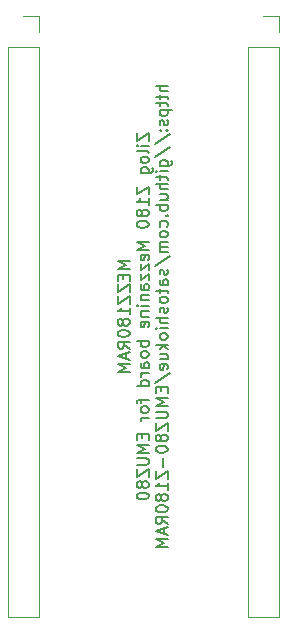
<source format=gbo>
G04 #@! TF.GenerationSoftware,KiCad,Pcbnew,(6.0.10-0)*
G04 #@! TF.CreationDate,2023-01-08T18:49:51+09:00*
G04 #@! TF.ProjectId,MEZZ180RAM,4d455a5a-3138-4305-9241-4d2e6b696361,A*
G04 #@! TF.SameCoordinates,PX5f5e100PY8f0d180*
G04 #@! TF.FileFunction,Legend,Bot*
G04 #@! TF.FilePolarity,Positive*
%FSLAX46Y46*%
G04 Gerber Fmt 4.6, Leading zero omitted, Abs format (unit mm)*
G04 Created by KiCad (PCBNEW (6.0.10-0)) date 2023-01-08 18:49:51*
%MOMM*%
%LPD*%
G01*
G04 APERTURE LIST*
%ADD10C,0.150000*%
%ADD11C,0.120000*%
G04 APERTURE END LIST*
D10*
X13447380Y33241667D02*
X12447380Y33241667D01*
X13161666Y32908334D01*
X12447380Y32575000D01*
X13447380Y32575000D01*
X12923571Y32098810D02*
X12923571Y31765477D01*
X13447380Y31622620D02*
X13447380Y32098810D01*
X12447380Y32098810D01*
X12447380Y31622620D01*
X12447380Y31289286D02*
X12447380Y30622620D01*
X13447380Y31289286D01*
X13447380Y30622620D01*
X12447380Y30336905D02*
X12447380Y29670239D01*
X13447380Y30336905D01*
X13447380Y29670239D01*
X13447380Y28765477D02*
X13447380Y29336905D01*
X13447380Y29051191D02*
X12447380Y29051191D01*
X12590238Y29146429D01*
X12685476Y29241667D01*
X12733095Y29336905D01*
X12875952Y28194048D02*
X12828333Y28289286D01*
X12780714Y28336905D01*
X12685476Y28384524D01*
X12637857Y28384524D01*
X12542619Y28336905D01*
X12495000Y28289286D01*
X12447380Y28194048D01*
X12447380Y28003572D01*
X12495000Y27908334D01*
X12542619Y27860715D01*
X12637857Y27813096D01*
X12685476Y27813096D01*
X12780714Y27860715D01*
X12828333Y27908334D01*
X12875952Y28003572D01*
X12875952Y28194048D01*
X12923571Y28289286D01*
X12971190Y28336905D01*
X13066428Y28384524D01*
X13256904Y28384524D01*
X13352142Y28336905D01*
X13399761Y28289286D01*
X13447380Y28194048D01*
X13447380Y28003572D01*
X13399761Y27908334D01*
X13352142Y27860715D01*
X13256904Y27813096D01*
X13066428Y27813096D01*
X12971190Y27860715D01*
X12923571Y27908334D01*
X12875952Y28003572D01*
X12447380Y27194048D02*
X12447380Y27098810D01*
X12495000Y27003572D01*
X12542619Y26955953D01*
X12637857Y26908334D01*
X12828333Y26860715D01*
X13066428Y26860715D01*
X13256904Y26908334D01*
X13352142Y26955953D01*
X13399761Y27003572D01*
X13447380Y27098810D01*
X13447380Y27194048D01*
X13399761Y27289286D01*
X13352142Y27336905D01*
X13256904Y27384524D01*
X13066428Y27432143D01*
X12828333Y27432143D01*
X12637857Y27384524D01*
X12542619Y27336905D01*
X12495000Y27289286D01*
X12447380Y27194048D01*
X13447380Y25860715D02*
X12971190Y26194048D01*
X13447380Y26432143D02*
X12447380Y26432143D01*
X12447380Y26051191D01*
X12495000Y25955953D01*
X12542619Y25908334D01*
X12637857Y25860715D01*
X12780714Y25860715D01*
X12875952Y25908334D01*
X12923571Y25955953D01*
X12971190Y26051191D01*
X12971190Y26432143D01*
X13161666Y25479762D02*
X13161666Y25003572D01*
X13447380Y25575000D02*
X12447380Y25241667D01*
X13447380Y24908334D01*
X13447380Y24575000D02*
X12447380Y24575000D01*
X13161666Y24241667D01*
X12447380Y23908334D01*
X13447380Y23908334D01*
X14057380Y44098810D02*
X14057380Y43432143D01*
X15057380Y44098810D01*
X15057380Y43432143D01*
X15057380Y43051191D02*
X14390714Y43051191D01*
X14057380Y43051191D02*
X14105000Y43098810D01*
X14152619Y43051191D01*
X14105000Y43003572D01*
X14057380Y43051191D01*
X14152619Y43051191D01*
X15057380Y42432143D02*
X15009761Y42527381D01*
X14914523Y42575000D01*
X14057380Y42575000D01*
X15057380Y41908334D02*
X15009761Y42003572D01*
X14962142Y42051191D01*
X14866904Y42098810D01*
X14581190Y42098810D01*
X14485952Y42051191D01*
X14438333Y42003572D01*
X14390714Y41908334D01*
X14390714Y41765477D01*
X14438333Y41670239D01*
X14485952Y41622620D01*
X14581190Y41575000D01*
X14866904Y41575000D01*
X14962142Y41622620D01*
X15009761Y41670239D01*
X15057380Y41765477D01*
X15057380Y41908334D01*
X14390714Y40717858D02*
X15200238Y40717858D01*
X15295476Y40765477D01*
X15343095Y40813096D01*
X15390714Y40908334D01*
X15390714Y41051191D01*
X15343095Y41146429D01*
X15009761Y40717858D02*
X15057380Y40813096D01*
X15057380Y41003572D01*
X15009761Y41098810D01*
X14962142Y41146429D01*
X14866904Y41194048D01*
X14581190Y41194048D01*
X14485952Y41146429D01*
X14438333Y41098810D01*
X14390714Y41003572D01*
X14390714Y40813096D01*
X14438333Y40717858D01*
X14057380Y39575001D02*
X14057380Y38908334D01*
X15057380Y39575001D01*
X15057380Y38908334D01*
X15057380Y38003572D02*
X15057380Y38575001D01*
X15057380Y38289286D02*
X14057380Y38289286D01*
X14200238Y38384524D01*
X14295476Y38479762D01*
X14343095Y38575001D01*
X14485952Y37432143D02*
X14438333Y37527381D01*
X14390714Y37575001D01*
X14295476Y37622620D01*
X14247857Y37622620D01*
X14152619Y37575001D01*
X14105000Y37527381D01*
X14057380Y37432143D01*
X14057380Y37241667D01*
X14105000Y37146429D01*
X14152619Y37098810D01*
X14247857Y37051191D01*
X14295476Y37051191D01*
X14390714Y37098810D01*
X14438333Y37146429D01*
X14485952Y37241667D01*
X14485952Y37432143D01*
X14533571Y37527381D01*
X14581190Y37575001D01*
X14676428Y37622620D01*
X14866904Y37622620D01*
X14962142Y37575001D01*
X15009761Y37527381D01*
X15057380Y37432143D01*
X15057380Y37241667D01*
X15009761Y37146429D01*
X14962142Y37098810D01*
X14866904Y37051191D01*
X14676428Y37051191D01*
X14581190Y37098810D01*
X14533571Y37146429D01*
X14485952Y37241667D01*
X14057380Y36432143D02*
X14057380Y36336905D01*
X14105000Y36241667D01*
X14152619Y36194048D01*
X14247857Y36146429D01*
X14438333Y36098810D01*
X14676428Y36098810D01*
X14866904Y36146429D01*
X14962142Y36194048D01*
X15009761Y36241667D01*
X15057380Y36336905D01*
X15057380Y36432143D01*
X15009761Y36527381D01*
X14962142Y36575001D01*
X14866904Y36622620D01*
X14676428Y36670239D01*
X14438333Y36670239D01*
X14247857Y36622620D01*
X14152619Y36575001D01*
X14105000Y36527381D01*
X14057380Y36432143D01*
X15057380Y34908334D02*
X14057380Y34908334D01*
X14771666Y34575001D01*
X14057380Y34241667D01*
X15057380Y34241667D01*
X15009761Y33384524D02*
X15057380Y33479762D01*
X15057380Y33670239D01*
X15009761Y33765477D01*
X14914523Y33813096D01*
X14533571Y33813096D01*
X14438333Y33765477D01*
X14390714Y33670239D01*
X14390714Y33479762D01*
X14438333Y33384524D01*
X14533571Y33336905D01*
X14628809Y33336905D01*
X14724047Y33813096D01*
X14390714Y33003572D02*
X14390714Y32479762D01*
X15057380Y33003572D01*
X15057380Y32479762D01*
X14390714Y32194048D02*
X14390714Y31670239D01*
X15057380Y32194048D01*
X15057380Y31670239D01*
X15057380Y30860715D02*
X14533571Y30860715D01*
X14438333Y30908334D01*
X14390714Y31003572D01*
X14390714Y31194048D01*
X14438333Y31289286D01*
X15009761Y30860715D02*
X15057380Y30955953D01*
X15057380Y31194048D01*
X15009761Y31289286D01*
X14914523Y31336905D01*
X14819285Y31336905D01*
X14724047Y31289286D01*
X14676428Y31194048D01*
X14676428Y30955953D01*
X14628809Y30860715D01*
X14390714Y30384524D02*
X15057380Y30384524D01*
X14485952Y30384524D02*
X14438333Y30336905D01*
X14390714Y30241667D01*
X14390714Y30098810D01*
X14438333Y30003572D01*
X14533571Y29955953D01*
X15057380Y29955953D01*
X15057380Y29479762D02*
X14390714Y29479762D01*
X14057380Y29479762D02*
X14105000Y29527381D01*
X14152619Y29479762D01*
X14105000Y29432143D01*
X14057380Y29479762D01*
X14152619Y29479762D01*
X14390714Y29003572D02*
X15057380Y29003572D01*
X14485952Y29003572D02*
X14438333Y28955953D01*
X14390714Y28860715D01*
X14390714Y28717858D01*
X14438333Y28622620D01*
X14533571Y28575001D01*
X15057380Y28575001D01*
X15009761Y27717858D02*
X15057380Y27813096D01*
X15057380Y28003572D01*
X15009761Y28098810D01*
X14914523Y28146429D01*
X14533571Y28146429D01*
X14438333Y28098810D01*
X14390714Y28003572D01*
X14390714Y27813096D01*
X14438333Y27717858D01*
X14533571Y27670239D01*
X14628809Y27670239D01*
X14724047Y28146429D01*
X15057380Y26479762D02*
X14057380Y26479762D01*
X14438333Y26479762D02*
X14390714Y26384524D01*
X14390714Y26194048D01*
X14438333Y26098810D01*
X14485952Y26051191D01*
X14581190Y26003572D01*
X14866904Y26003572D01*
X14962142Y26051191D01*
X15009761Y26098810D01*
X15057380Y26194048D01*
X15057380Y26384524D01*
X15009761Y26479762D01*
X15057380Y25432143D02*
X15009761Y25527381D01*
X14962142Y25575001D01*
X14866904Y25622620D01*
X14581190Y25622620D01*
X14485952Y25575001D01*
X14438333Y25527381D01*
X14390714Y25432143D01*
X14390714Y25289286D01*
X14438333Y25194048D01*
X14485952Y25146429D01*
X14581190Y25098810D01*
X14866904Y25098810D01*
X14962142Y25146429D01*
X15009761Y25194048D01*
X15057380Y25289286D01*
X15057380Y25432143D01*
X15057380Y24241667D02*
X14533571Y24241667D01*
X14438333Y24289286D01*
X14390714Y24384524D01*
X14390714Y24575001D01*
X14438333Y24670239D01*
X15009761Y24241667D02*
X15057380Y24336905D01*
X15057380Y24575001D01*
X15009761Y24670239D01*
X14914523Y24717858D01*
X14819285Y24717858D01*
X14724047Y24670239D01*
X14676428Y24575001D01*
X14676428Y24336905D01*
X14628809Y24241667D01*
X15057380Y23765477D02*
X14390714Y23765477D01*
X14581190Y23765477D02*
X14485952Y23717858D01*
X14438333Y23670239D01*
X14390714Y23575001D01*
X14390714Y23479762D01*
X15057380Y22717858D02*
X14057380Y22717858D01*
X15009761Y22717858D02*
X15057380Y22813096D01*
X15057380Y23003572D01*
X15009761Y23098810D01*
X14962142Y23146429D01*
X14866904Y23194048D01*
X14581190Y23194048D01*
X14485952Y23146429D01*
X14438333Y23098810D01*
X14390714Y23003572D01*
X14390714Y22813096D01*
X14438333Y22717858D01*
X14390714Y21622620D02*
X14390714Y21241667D01*
X15057380Y21479762D02*
X14200238Y21479762D01*
X14105000Y21432143D01*
X14057380Y21336905D01*
X14057380Y21241667D01*
X15057380Y20765477D02*
X15009761Y20860715D01*
X14962142Y20908334D01*
X14866904Y20955953D01*
X14581190Y20955953D01*
X14485952Y20908334D01*
X14438333Y20860715D01*
X14390714Y20765477D01*
X14390714Y20622620D01*
X14438333Y20527381D01*
X14485952Y20479762D01*
X14581190Y20432143D01*
X14866904Y20432143D01*
X14962142Y20479762D01*
X15009761Y20527381D01*
X15057380Y20622620D01*
X15057380Y20765477D01*
X15057380Y20003572D02*
X14390714Y20003572D01*
X14581190Y20003572D02*
X14485952Y19955953D01*
X14438333Y19908334D01*
X14390714Y19813096D01*
X14390714Y19717858D01*
X14533571Y18622620D02*
X14533571Y18289286D01*
X15057380Y18146429D02*
X15057380Y18622620D01*
X14057380Y18622620D01*
X14057380Y18146429D01*
X15057380Y17717858D02*
X14057380Y17717858D01*
X14771666Y17384524D01*
X14057380Y17051191D01*
X15057380Y17051191D01*
X14057380Y16575001D02*
X14866904Y16575001D01*
X14962142Y16527381D01*
X15009761Y16479762D01*
X15057380Y16384524D01*
X15057380Y16194048D01*
X15009761Y16098810D01*
X14962142Y16051191D01*
X14866904Y16003572D01*
X14057380Y16003572D01*
X14057380Y15622620D02*
X14057380Y14955953D01*
X15057380Y15622620D01*
X15057380Y14955953D01*
X14485952Y14432143D02*
X14438333Y14527381D01*
X14390714Y14575000D01*
X14295476Y14622620D01*
X14247857Y14622620D01*
X14152619Y14575000D01*
X14105000Y14527381D01*
X14057380Y14432143D01*
X14057380Y14241667D01*
X14105000Y14146429D01*
X14152619Y14098810D01*
X14247857Y14051191D01*
X14295476Y14051191D01*
X14390714Y14098810D01*
X14438333Y14146429D01*
X14485952Y14241667D01*
X14485952Y14432143D01*
X14533571Y14527381D01*
X14581190Y14575000D01*
X14676428Y14622620D01*
X14866904Y14622620D01*
X14962142Y14575000D01*
X15009761Y14527381D01*
X15057380Y14432143D01*
X15057380Y14241667D01*
X15009761Y14146429D01*
X14962142Y14098810D01*
X14866904Y14051191D01*
X14676428Y14051191D01*
X14581190Y14098810D01*
X14533571Y14146429D01*
X14485952Y14241667D01*
X14057380Y13432143D02*
X14057380Y13336905D01*
X14105000Y13241667D01*
X14152619Y13194048D01*
X14247857Y13146429D01*
X14438333Y13098810D01*
X14676428Y13098810D01*
X14866904Y13146429D01*
X14962142Y13194048D01*
X15009761Y13241667D01*
X15057380Y13336905D01*
X15057380Y13432143D01*
X15009761Y13527381D01*
X14962142Y13575000D01*
X14866904Y13622620D01*
X14676428Y13670239D01*
X14438333Y13670239D01*
X14247857Y13622620D01*
X14152619Y13575000D01*
X14105000Y13527381D01*
X14057380Y13432143D01*
X16667380Y48098810D02*
X15667380Y48098810D01*
X16667380Y47670239D02*
X16143571Y47670239D01*
X16048333Y47717858D01*
X16000714Y47813096D01*
X16000714Y47955953D01*
X16048333Y48051191D01*
X16095952Y48098810D01*
X16000714Y47336905D02*
X16000714Y46955953D01*
X15667380Y47194048D02*
X16524523Y47194048D01*
X16619761Y47146429D01*
X16667380Y47051191D01*
X16667380Y46955953D01*
X16000714Y46765477D02*
X16000714Y46384524D01*
X15667380Y46622620D02*
X16524523Y46622620D01*
X16619761Y46575000D01*
X16667380Y46479762D01*
X16667380Y46384524D01*
X16000714Y46051191D02*
X17000714Y46051191D01*
X16048333Y46051191D02*
X16000714Y45955953D01*
X16000714Y45765477D01*
X16048333Y45670239D01*
X16095952Y45622620D01*
X16191190Y45575000D01*
X16476904Y45575000D01*
X16572142Y45622620D01*
X16619761Y45670239D01*
X16667380Y45765477D01*
X16667380Y45955953D01*
X16619761Y46051191D01*
X16619761Y45194048D02*
X16667380Y45098810D01*
X16667380Y44908334D01*
X16619761Y44813096D01*
X16524523Y44765477D01*
X16476904Y44765477D01*
X16381666Y44813096D01*
X16334047Y44908334D01*
X16334047Y45051191D01*
X16286428Y45146429D01*
X16191190Y45194048D01*
X16143571Y45194048D01*
X16048333Y45146429D01*
X16000714Y45051191D01*
X16000714Y44908334D01*
X16048333Y44813096D01*
X16572142Y44336905D02*
X16619761Y44289286D01*
X16667380Y44336905D01*
X16619761Y44384524D01*
X16572142Y44336905D01*
X16667380Y44336905D01*
X16048333Y44336905D02*
X16095952Y44289286D01*
X16143571Y44336905D01*
X16095952Y44384524D01*
X16048333Y44336905D01*
X16143571Y44336905D01*
X15619761Y43146429D02*
X16905476Y44003572D01*
X15619761Y42098810D02*
X16905476Y42955953D01*
X16000714Y41336905D02*
X16810238Y41336905D01*
X16905476Y41384524D01*
X16953095Y41432143D01*
X17000714Y41527381D01*
X17000714Y41670239D01*
X16953095Y41765477D01*
X16619761Y41336905D02*
X16667380Y41432143D01*
X16667380Y41622620D01*
X16619761Y41717858D01*
X16572142Y41765477D01*
X16476904Y41813096D01*
X16191190Y41813096D01*
X16095952Y41765477D01*
X16048333Y41717858D01*
X16000714Y41622620D01*
X16000714Y41432143D01*
X16048333Y41336905D01*
X16667380Y40860715D02*
X16000714Y40860715D01*
X15667380Y40860715D02*
X15715000Y40908334D01*
X15762619Y40860715D01*
X15715000Y40813096D01*
X15667380Y40860715D01*
X15762619Y40860715D01*
X16000714Y40527381D02*
X16000714Y40146429D01*
X15667380Y40384524D02*
X16524523Y40384524D01*
X16619761Y40336905D01*
X16667380Y40241667D01*
X16667380Y40146429D01*
X16667380Y39813096D02*
X15667380Y39813096D01*
X16667380Y39384524D02*
X16143571Y39384524D01*
X16048333Y39432143D01*
X16000714Y39527381D01*
X16000714Y39670239D01*
X16048333Y39765477D01*
X16095952Y39813096D01*
X16000714Y38479762D02*
X16667380Y38479762D01*
X16000714Y38908334D02*
X16524523Y38908334D01*
X16619761Y38860715D01*
X16667380Y38765477D01*
X16667380Y38622620D01*
X16619761Y38527381D01*
X16572142Y38479762D01*
X16667380Y38003572D02*
X15667380Y38003572D01*
X16048333Y38003572D02*
X16000714Y37908334D01*
X16000714Y37717858D01*
X16048333Y37622620D01*
X16095952Y37575000D01*
X16191190Y37527381D01*
X16476904Y37527381D01*
X16572142Y37575000D01*
X16619761Y37622620D01*
X16667380Y37717858D01*
X16667380Y37908334D01*
X16619761Y38003572D01*
X16572142Y37098810D02*
X16619761Y37051191D01*
X16667380Y37098810D01*
X16619761Y37146429D01*
X16572142Y37098810D01*
X16667380Y37098810D01*
X16619761Y36194048D02*
X16667380Y36289286D01*
X16667380Y36479762D01*
X16619761Y36575000D01*
X16572142Y36622620D01*
X16476904Y36670239D01*
X16191190Y36670239D01*
X16095952Y36622620D01*
X16048333Y36575000D01*
X16000714Y36479762D01*
X16000714Y36289286D01*
X16048333Y36194048D01*
X16667380Y35622620D02*
X16619761Y35717858D01*
X16572142Y35765477D01*
X16476904Y35813096D01*
X16191190Y35813096D01*
X16095952Y35765477D01*
X16048333Y35717858D01*
X16000714Y35622620D01*
X16000714Y35479762D01*
X16048333Y35384524D01*
X16095952Y35336905D01*
X16191190Y35289286D01*
X16476904Y35289286D01*
X16572142Y35336905D01*
X16619761Y35384524D01*
X16667380Y35479762D01*
X16667380Y35622620D01*
X16667380Y34860715D02*
X16000714Y34860715D01*
X16095952Y34860715D02*
X16048333Y34813096D01*
X16000714Y34717858D01*
X16000714Y34575000D01*
X16048333Y34479762D01*
X16143571Y34432143D01*
X16667380Y34432143D01*
X16143571Y34432143D02*
X16048333Y34384524D01*
X16000714Y34289286D01*
X16000714Y34146429D01*
X16048333Y34051191D01*
X16143571Y34003572D01*
X16667380Y34003572D01*
X15619761Y32813096D02*
X16905476Y33670239D01*
X16619761Y32527381D02*
X16667380Y32432143D01*
X16667380Y32241667D01*
X16619761Y32146429D01*
X16524523Y32098810D01*
X16476904Y32098810D01*
X16381666Y32146429D01*
X16334047Y32241667D01*
X16334047Y32384524D01*
X16286428Y32479762D01*
X16191190Y32527381D01*
X16143571Y32527381D01*
X16048333Y32479762D01*
X16000714Y32384524D01*
X16000714Y32241667D01*
X16048333Y32146429D01*
X16667380Y31241667D02*
X16143571Y31241667D01*
X16048333Y31289286D01*
X16000714Y31384524D01*
X16000714Y31575000D01*
X16048333Y31670239D01*
X16619761Y31241667D02*
X16667380Y31336905D01*
X16667380Y31575000D01*
X16619761Y31670239D01*
X16524523Y31717858D01*
X16429285Y31717858D01*
X16334047Y31670239D01*
X16286428Y31575000D01*
X16286428Y31336905D01*
X16238809Y31241667D01*
X16000714Y30908334D02*
X16000714Y30527381D01*
X15667380Y30765477D02*
X16524523Y30765477D01*
X16619761Y30717858D01*
X16667380Y30622620D01*
X16667380Y30527381D01*
X16667380Y30051191D02*
X16619761Y30146429D01*
X16572142Y30194048D01*
X16476904Y30241667D01*
X16191190Y30241667D01*
X16095952Y30194048D01*
X16048333Y30146429D01*
X16000714Y30051191D01*
X16000714Y29908334D01*
X16048333Y29813096D01*
X16095952Y29765477D01*
X16191190Y29717858D01*
X16476904Y29717858D01*
X16572142Y29765477D01*
X16619761Y29813096D01*
X16667380Y29908334D01*
X16667380Y30051191D01*
X16619761Y29336905D02*
X16667380Y29241667D01*
X16667380Y29051191D01*
X16619761Y28955953D01*
X16524523Y28908334D01*
X16476904Y28908334D01*
X16381666Y28955953D01*
X16334047Y29051191D01*
X16334047Y29194048D01*
X16286428Y29289286D01*
X16191190Y29336905D01*
X16143571Y29336905D01*
X16048333Y29289286D01*
X16000714Y29194048D01*
X16000714Y29051191D01*
X16048333Y28955953D01*
X16667380Y28479762D02*
X15667380Y28479762D01*
X16667380Y28051191D02*
X16143571Y28051191D01*
X16048333Y28098810D01*
X16000714Y28194048D01*
X16000714Y28336905D01*
X16048333Y28432143D01*
X16095952Y28479762D01*
X16667380Y27575000D02*
X16000714Y27575000D01*
X15667380Y27575000D02*
X15715000Y27622620D01*
X15762619Y27575000D01*
X15715000Y27527381D01*
X15667380Y27575000D01*
X15762619Y27575000D01*
X16667380Y26955953D02*
X16619761Y27051191D01*
X16572142Y27098810D01*
X16476904Y27146429D01*
X16191190Y27146429D01*
X16095952Y27098810D01*
X16048333Y27051191D01*
X16000714Y26955953D01*
X16000714Y26813096D01*
X16048333Y26717858D01*
X16095952Y26670239D01*
X16191190Y26622620D01*
X16476904Y26622620D01*
X16572142Y26670239D01*
X16619761Y26717858D01*
X16667380Y26813096D01*
X16667380Y26955953D01*
X16667380Y26194048D02*
X15667380Y26194048D01*
X16286428Y26098810D02*
X16667380Y25813096D01*
X16000714Y25813096D02*
X16381666Y26194048D01*
X16000714Y24955953D02*
X16667380Y24955953D01*
X16000714Y25384524D02*
X16524523Y25384524D01*
X16619761Y25336905D01*
X16667380Y25241667D01*
X16667380Y25098810D01*
X16619761Y25003572D01*
X16572142Y24955953D01*
X16619761Y24098810D02*
X16667380Y24194048D01*
X16667380Y24384524D01*
X16619761Y24479762D01*
X16524523Y24527381D01*
X16143571Y24527381D01*
X16048333Y24479762D01*
X16000714Y24384524D01*
X16000714Y24194048D01*
X16048333Y24098810D01*
X16143571Y24051191D01*
X16238809Y24051191D01*
X16334047Y24527381D01*
X15619761Y22908334D02*
X16905476Y23765477D01*
X16143571Y22575000D02*
X16143571Y22241667D01*
X16667380Y22098810D02*
X16667380Y22575000D01*
X15667380Y22575000D01*
X15667380Y22098810D01*
X16667380Y21670239D02*
X15667380Y21670239D01*
X16381666Y21336905D01*
X15667380Y21003572D01*
X16667380Y21003572D01*
X15667380Y20527381D02*
X16476904Y20527381D01*
X16572142Y20479762D01*
X16619761Y20432143D01*
X16667380Y20336905D01*
X16667380Y20146429D01*
X16619761Y20051191D01*
X16572142Y20003572D01*
X16476904Y19955953D01*
X15667380Y19955953D01*
X15667380Y19575000D02*
X15667380Y18908334D01*
X16667380Y19575000D01*
X16667380Y18908334D01*
X16095952Y18384524D02*
X16048333Y18479762D01*
X16000714Y18527381D01*
X15905476Y18575001D01*
X15857857Y18575001D01*
X15762619Y18527381D01*
X15715000Y18479762D01*
X15667380Y18384524D01*
X15667380Y18194048D01*
X15715000Y18098810D01*
X15762619Y18051191D01*
X15857857Y18003572D01*
X15905476Y18003572D01*
X16000714Y18051191D01*
X16048333Y18098810D01*
X16095952Y18194048D01*
X16095952Y18384524D01*
X16143571Y18479762D01*
X16191190Y18527381D01*
X16286428Y18575001D01*
X16476904Y18575001D01*
X16572142Y18527381D01*
X16619761Y18479762D01*
X16667380Y18384524D01*
X16667380Y18194048D01*
X16619761Y18098810D01*
X16572142Y18051191D01*
X16476904Y18003572D01*
X16286428Y18003572D01*
X16191190Y18051191D01*
X16143571Y18098810D01*
X16095952Y18194048D01*
X15667380Y17384524D02*
X15667380Y17289286D01*
X15715000Y17194048D01*
X15762619Y17146429D01*
X15857857Y17098810D01*
X16048333Y17051191D01*
X16286428Y17051191D01*
X16476904Y17098810D01*
X16572142Y17146429D01*
X16619761Y17194048D01*
X16667380Y17289286D01*
X16667380Y17384524D01*
X16619761Y17479762D01*
X16572142Y17527381D01*
X16476904Y17575001D01*
X16286428Y17622620D01*
X16048333Y17622620D01*
X15857857Y17575001D01*
X15762619Y17527381D01*
X15715000Y17479762D01*
X15667380Y17384524D01*
X16286428Y16622620D02*
X16286428Y15860715D01*
X15667380Y15479762D02*
X15667380Y14813096D01*
X16667380Y15479762D01*
X16667380Y14813096D01*
X16667380Y13908334D02*
X16667380Y14479762D01*
X16667380Y14194048D02*
X15667380Y14194048D01*
X15810238Y14289286D01*
X15905476Y14384524D01*
X15953095Y14479762D01*
X16095952Y13336905D02*
X16048333Y13432143D01*
X16000714Y13479762D01*
X15905476Y13527381D01*
X15857857Y13527381D01*
X15762619Y13479762D01*
X15715000Y13432143D01*
X15667380Y13336905D01*
X15667380Y13146429D01*
X15715000Y13051191D01*
X15762619Y13003572D01*
X15857857Y12955953D01*
X15905476Y12955953D01*
X16000714Y13003572D01*
X16048333Y13051191D01*
X16095952Y13146429D01*
X16095952Y13336905D01*
X16143571Y13432143D01*
X16191190Y13479762D01*
X16286428Y13527381D01*
X16476904Y13527381D01*
X16572142Y13479762D01*
X16619761Y13432143D01*
X16667380Y13336905D01*
X16667380Y13146429D01*
X16619761Y13051191D01*
X16572142Y13003572D01*
X16476904Y12955953D01*
X16286428Y12955953D01*
X16191190Y13003572D01*
X16143571Y13051191D01*
X16095952Y13146429D01*
X15667380Y12336905D02*
X15667380Y12241667D01*
X15715000Y12146429D01*
X15762619Y12098810D01*
X15857857Y12051191D01*
X16048333Y12003572D01*
X16286428Y12003572D01*
X16476904Y12051191D01*
X16572142Y12098810D01*
X16619761Y12146429D01*
X16667380Y12241667D01*
X16667380Y12336905D01*
X16619761Y12432143D01*
X16572142Y12479762D01*
X16476904Y12527381D01*
X16286428Y12575000D01*
X16048333Y12575000D01*
X15857857Y12527381D01*
X15762619Y12479762D01*
X15715000Y12432143D01*
X15667380Y12336905D01*
X16667380Y11003572D02*
X16191190Y11336905D01*
X16667380Y11575000D02*
X15667380Y11575000D01*
X15667380Y11194048D01*
X15715000Y11098810D01*
X15762619Y11051191D01*
X15857857Y11003572D01*
X16000714Y11003572D01*
X16095952Y11051191D01*
X16143571Y11098810D01*
X16191190Y11194048D01*
X16191190Y11575000D01*
X16381666Y10622620D02*
X16381666Y10146429D01*
X16667380Y10717858D02*
X15667380Y10384524D01*
X16667380Y10051191D01*
X16667380Y9717858D02*
X15667380Y9717858D01*
X16381666Y9384524D01*
X15667380Y9051191D01*
X16667380Y9051191D01*
D11*
X26095000Y54035000D02*
X24765000Y54035000D01*
X23435000Y51435000D02*
X23435000Y3115000D01*
X26095000Y3115000D02*
X23435000Y3115000D01*
X26095000Y51435000D02*
X23435000Y51435000D01*
X26095000Y51435000D02*
X26095000Y3115000D01*
X26095000Y52705000D02*
X26095000Y54035000D01*
X5775000Y52705000D02*
X5775000Y54035000D01*
X5775000Y54035000D02*
X4445000Y54035000D01*
X5775000Y51435000D02*
X3115000Y51435000D01*
X3115000Y51435000D02*
X3115000Y3115000D01*
X5775000Y51435000D02*
X5775000Y3115000D01*
X5775000Y3115000D02*
X3115000Y3115000D01*
M02*

</source>
